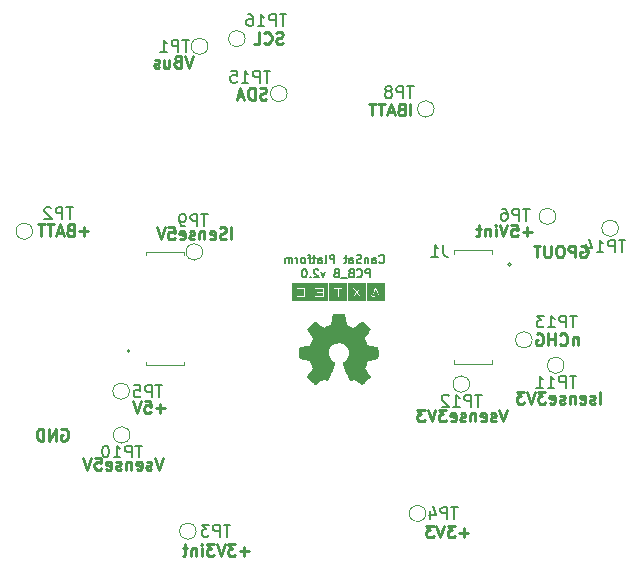
<source format=gbr>
G04 #@! TF.GenerationSoftware,KiCad,Pcbnew,(5.1.0)-1*
G04 #@! TF.CreationDate,2019-06-21T14:41:16-03:00*
G04 #@! TF.ProjectId,PCB_B,5043425f-422e-46b6-9963-61645f706362,rev?*
G04 #@! TF.SameCoordinates,Original*
G04 #@! TF.FileFunction,Legend,Bot*
G04 #@! TF.FilePolarity,Positive*
%FSLAX46Y46*%
G04 Gerber Fmt 4.6, Leading zero omitted, Abs format (unit mm)*
G04 Created by KiCad (PCBNEW (5.1.0)-1) date 2019-06-21 14:41:16*
%MOMM*%
%LPD*%
G04 APERTURE LIST*
%ADD10C,0.175000*%
%ADD11C,0.250000*%
%ADD12C,0.010000*%
%ADD13C,0.100000*%
%ADD14C,0.200000*%
%ADD15C,0.120000*%
%ADD16C,0.150000*%
G04 APERTURE END LIST*
D10*
X14626866Y-7352466D02*
X14626866Y-6652466D01*
X14360200Y-6652466D01*
X14293533Y-6685800D01*
X14260200Y-6719133D01*
X14226866Y-6785800D01*
X14226866Y-6885800D01*
X14260200Y-6952466D01*
X14293533Y-6985800D01*
X14360200Y-7019133D01*
X14626866Y-7019133D01*
X13526866Y-7285800D02*
X13560200Y-7319133D01*
X13660200Y-7352466D01*
X13726866Y-7352466D01*
X13826866Y-7319133D01*
X13893533Y-7252466D01*
X13926866Y-7185800D01*
X13960200Y-7052466D01*
X13960200Y-6952466D01*
X13926866Y-6819133D01*
X13893533Y-6752466D01*
X13826866Y-6685800D01*
X13726866Y-6652466D01*
X13660200Y-6652466D01*
X13560200Y-6685800D01*
X13526866Y-6719133D01*
X12993533Y-6985800D02*
X12893533Y-7019133D01*
X12860200Y-7052466D01*
X12826866Y-7119133D01*
X12826866Y-7219133D01*
X12860200Y-7285800D01*
X12893533Y-7319133D01*
X12960200Y-7352466D01*
X13226866Y-7352466D01*
X13226866Y-6652466D01*
X12993533Y-6652466D01*
X12926866Y-6685800D01*
X12893533Y-6719133D01*
X12860200Y-6785800D01*
X12860200Y-6852466D01*
X12893533Y-6919133D01*
X12926866Y-6952466D01*
X12993533Y-6985800D01*
X13226866Y-6985800D01*
X12693533Y-7419133D02*
X12160200Y-7419133D01*
X11760200Y-6985800D02*
X11660200Y-7019133D01*
X11626866Y-7052466D01*
X11593533Y-7119133D01*
X11593533Y-7219133D01*
X11626866Y-7285800D01*
X11660200Y-7319133D01*
X11726866Y-7352466D01*
X11993533Y-7352466D01*
X11993533Y-6652466D01*
X11760200Y-6652466D01*
X11693533Y-6685800D01*
X11660200Y-6719133D01*
X11626866Y-6785800D01*
X11626866Y-6852466D01*
X11660200Y-6919133D01*
X11693533Y-6952466D01*
X11760200Y-6985800D01*
X11993533Y-6985800D01*
X10826866Y-6885800D02*
X10660200Y-7352466D01*
X10493533Y-6885800D01*
X10260200Y-6719133D02*
X10226866Y-6685800D01*
X10160200Y-6652466D01*
X9993533Y-6652466D01*
X9926866Y-6685800D01*
X9893533Y-6719133D01*
X9860200Y-6785800D01*
X9860200Y-6852466D01*
X9893533Y-6952466D01*
X10293533Y-7352466D01*
X9860200Y-7352466D01*
X9560200Y-7285800D02*
X9526866Y-7319133D01*
X9560200Y-7352466D01*
X9593533Y-7319133D01*
X9560200Y-7285800D01*
X9560200Y-7352466D01*
X9093533Y-6652466D02*
X9026866Y-6652466D01*
X8960200Y-6685800D01*
X8926866Y-6719133D01*
X8893533Y-6785800D01*
X8860200Y-6919133D01*
X8860200Y-7085800D01*
X8893533Y-7219133D01*
X8926866Y-7285800D01*
X8960200Y-7319133D01*
X9026866Y-7352466D01*
X9093533Y-7352466D01*
X9160200Y-7319133D01*
X9193533Y-7285800D01*
X9226866Y-7219133D01*
X9260200Y-7085800D01*
X9260200Y-6919133D01*
X9226866Y-6785800D01*
X9193533Y-6719133D01*
X9160200Y-6685800D01*
X9093533Y-6652466D01*
X15416533Y-6092000D02*
X15449866Y-6125333D01*
X15549866Y-6158666D01*
X15616533Y-6158666D01*
X15716533Y-6125333D01*
X15783200Y-6058666D01*
X15816533Y-5992000D01*
X15849866Y-5858666D01*
X15849866Y-5758666D01*
X15816533Y-5625333D01*
X15783200Y-5558666D01*
X15716533Y-5492000D01*
X15616533Y-5458666D01*
X15549866Y-5458666D01*
X15449866Y-5492000D01*
X15416533Y-5525333D01*
X14816533Y-6158666D02*
X14816533Y-5792000D01*
X14849866Y-5725333D01*
X14916533Y-5692000D01*
X15049866Y-5692000D01*
X15116533Y-5725333D01*
X14816533Y-6125333D02*
X14883200Y-6158666D01*
X15049866Y-6158666D01*
X15116533Y-6125333D01*
X15149866Y-6058666D01*
X15149866Y-5992000D01*
X15116533Y-5925333D01*
X15049866Y-5892000D01*
X14883200Y-5892000D01*
X14816533Y-5858666D01*
X14483200Y-5692000D02*
X14483200Y-6158666D01*
X14483200Y-5758666D02*
X14449866Y-5725333D01*
X14383200Y-5692000D01*
X14283200Y-5692000D01*
X14216533Y-5725333D01*
X14183200Y-5792000D01*
X14183200Y-6158666D01*
X13883200Y-6125333D02*
X13783200Y-6158666D01*
X13616533Y-6158666D01*
X13549866Y-6125333D01*
X13516533Y-6092000D01*
X13483200Y-6025333D01*
X13483200Y-5958666D01*
X13516533Y-5892000D01*
X13549866Y-5858666D01*
X13616533Y-5825333D01*
X13749866Y-5792000D01*
X13816533Y-5758666D01*
X13849866Y-5725333D01*
X13883200Y-5658666D01*
X13883200Y-5592000D01*
X13849866Y-5525333D01*
X13816533Y-5492000D01*
X13749866Y-5458666D01*
X13583200Y-5458666D01*
X13483200Y-5492000D01*
X12883200Y-6158666D02*
X12883200Y-5792000D01*
X12916533Y-5725333D01*
X12983200Y-5692000D01*
X13116533Y-5692000D01*
X13183200Y-5725333D01*
X12883200Y-6125333D02*
X12949866Y-6158666D01*
X13116533Y-6158666D01*
X13183200Y-6125333D01*
X13216533Y-6058666D01*
X13216533Y-5992000D01*
X13183200Y-5925333D01*
X13116533Y-5892000D01*
X12949866Y-5892000D01*
X12883200Y-5858666D01*
X12649866Y-5692000D02*
X12383200Y-5692000D01*
X12549866Y-5458666D02*
X12549866Y-6058666D01*
X12516533Y-6125333D01*
X12449866Y-6158666D01*
X12383200Y-6158666D01*
X11616533Y-6158666D02*
X11616533Y-5458666D01*
X11349866Y-5458666D01*
X11283200Y-5492000D01*
X11249866Y-5525333D01*
X11216533Y-5592000D01*
X11216533Y-5692000D01*
X11249866Y-5758666D01*
X11283200Y-5792000D01*
X11349866Y-5825333D01*
X11616533Y-5825333D01*
X10816533Y-6158666D02*
X10883200Y-6125333D01*
X10916533Y-6058666D01*
X10916533Y-5458666D01*
X10249866Y-6158666D02*
X10249866Y-5792000D01*
X10283200Y-5725333D01*
X10349866Y-5692000D01*
X10483200Y-5692000D01*
X10549866Y-5725333D01*
X10249866Y-6125333D02*
X10316533Y-6158666D01*
X10483200Y-6158666D01*
X10549866Y-6125333D01*
X10583200Y-6058666D01*
X10583200Y-5992000D01*
X10549866Y-5925333D01*
X10483200Y-5892000D01*
X10316533Y-5892000D01*
X10249866Y-5858666D01*
X10016533Y-5692000D02*
X9749866Y-5692000D01*
X9916533Y-5458666D02*
X9916533Y-6058666D01*
X9883200Y-6125333D01*
X9816533Y-6158666D01*
X9749866Y-6158666D01*
X9616533Y-5692000D02*
X9349866Y-5692000D01*
X9516533Y-6158666D02*
X9516533Y-5558666D01*
X9483200Y-5492000D01*
X9416533Y-5458666D01*
X9349866Y-5458666D01*
X9016533Y-6158666D02*
X9083200Y-6125333D01*
X9116533Y-6092000D01*
X9149866Y-6025333D01*
X9149866Y-5825333D01*
X9116533Y-5758666D01*
X9083200Y-5725333D01*
X9016533Y-5692000D01*
X8916533Y-5692000D01*
X8849866Y-5725333D01*
X8816533Y-5758666D01*
X8783200Y-5825333D01*
X8783200Y-6025333D01*
X8816533Y-6092000D01*
X8849866Y-6125333D01*
X8916533Y-6158666D01*
X9016533Y-6158666D01*
X8483200Y-6158666D02*
X8483200Y-5692000D01*
X8483200Y-5825333D02*
X8449866Y-5758666D01*
X8416533Y-5725333D01*
X8349866Y-5692000D01*
X8283200Y-5692000D01*
X8049866Y-6158666D02*
X8049866Y-5692000D01*
X8049866Y-5758666D02*
X8016533Y-5725333D01*
X7949866Y-5692000D01*
X7849866Y-5692000D01*
X7783200Y-5725333D01*
X7749866Y-5792000D01*
X7749866Y-6158666D01*
X7749866Y-5792000D02*
X7716533Y-5725333D01*
X7649866Y-5692000D01*
X7549866Y-5692000D01*
X7483200Y-5725333D01*
X7449866Y-5792000D01*
X7449866Y-6158666D01*
D11*
X18050476Y6357619D02*
X18050476Y7357619D01*
X17240952Y6881428D02*
X17098095Y6833809D01*
X17050476Y6786190D01*
X17002857Y6690952D01*
X17002857Y6548095D01*
X17050476Y6452857D01*
X17098095Y6405238D01*
X17193333Y6357619D01*
X17574285Y6357619D01*
X17574285Y7357619D01*
X17240952Y7357619D01*
X17145714Y7310000D01*
X17098095Y7262380D01*
X17050476Y7167142D01*
X17050476Y7071904D01*
X17098095Y6976666D01*
X17145714Y6929047D01*
X17240952Y6881428D01*
X17574285Y6881428D01*
X16621904Y6643333D02*
X16145714Y6643333D01*
X16717142Y6357619D02*
X16383809Y7357619D01*
X16050476Y6357619D01*
X15860000Y7357619D02*
X15288571Y7357619D01*
X15574285Y6357619D02*
X15574285Y7357619D01*
X15098095Y7357619D02*
X14526666Y7357619D01*
X14812380Y6357619D02*
X14812380Y7357619D01*
X28301904Y-3511428D02*
X27540000Y-3511428D01*
X27920952Y-3892380D02*
X27920952Y-3130476D01*
X26587619Y-2892380D02*
X27063809Y-2892380D01*
X27111428Y-3368571D01*
X27063809Y-3320952D01*
X26968571Y-3273333D01*
X26730476Y-3273333D01*
X26635238Y-3320952D01*
X26587619Y-3368571D01*
X26540000Y-3463809D01*
X26540000Y-3701904D01*
X26587619Y-3797142D01*
X26635238Y-3844761D01*
X26730476Y-3892380D01*
X26968571Y-3892380D01*
X27063809Y-3844761D01*
X27111428Y-3797142D01*
X26254285Y-2892380D02*
X25920952Y-3892380D01*
X25587619Y-2892380D01*
X25254285Y-3892380D02*
X25254285Y-3225714D01*
X25254285Y-2892380D02*
X25301904Y-2940000D01*
X25254285Y-2987619D01*
X25206666Y-2940000D01*
X25254285Y-2892380D01*
X25254285Y-2987619D01*
X24778095Y-3225714D02*
X24778095Y-3892380D01*
X24778095Y-3320952D02*
X24730476Y-3273333D01*
X24635238Y-3225714D01*
X24492380Y-3225714D01*
X24397142Y-3273333D01*
X24349523Y-3368571D01*
X24349523Y-3892380D01*
X24016190Y-3225714D02*
X23635238Y-3225714D01*
X23873333Y-2892380D02*
X23873333Y-3749523D01*
X23825714Y-3844761D01*
X23730476Y-3892380D01*
X23635238Y-3892380D01*
X32476666Y-4710000D02*
X32571904Y-4662380D01*
X32714761Y-4662380D01*
X32857619Y-4710000D01*
X32952857Y-4805238D01*
X33000476Y-4900476D01*
X33048095Y-5090952D01*
X33048095Y-5233809D01*
X33000476Y-5424285D01*
X32952857Y-5519523D01*
X32857619Y-5614761D01*
X32714761Y-5662380D01*
X32619523Y-5662380D01*
X32476666Y-5614761D01*
X32429047Y-5567142D01*
X32429047Y-5233809D01*
X32619523Y-5233809D01*
X32000476Y-5662380D02*
X32000476Y-4662380D01*
X31619523Y-4662380D01*
X31524285Y-4710000D01*
X31476666Y-4757619D01*
X31429047Y-4852857D01*
X31429047Y-4995714D01*
X31476666Y-5090952D01*
X31524285Y-5138571D01*
X31619523Y-5186190D01*
X32000476Y-5186190D01*
X30810000Y-4662380D02*
X30619523Y-4662380D01*
X30524285Y-4710000D01*
X30429047Y-4805238D01*
X30381428Y-4995714D01*
X30381428Y-5329047D01*
X30429047Y-5519523D01*
X30524285Y-5614761D01*
X30619523Y-5662380D01*
X30810000Y-5662380D01*
X30905238Y-5614761D01*
X31000476Y-5519523D01*
X31048095Y-5329047D01*
X31048095Y-4995714D01*
X31000476Y-4805238D01*
X30905238Y-4710000D01*
X30810000Y-4662380D01*
X29952857Y-4662380D02*
X29952857Y-5471904D01*
X29905238Y-5567142D01*
X29857619Y-5614761D01*
X29762380Y-5662380D01*
X29571904Y-5662380D01*
X29476666Y-5614761D01*
X29429047Y-5567142D01*
X29381428Y-5471904D01*
X29381428Y-4662380D01*
X29048095Y-4662380D02*
X28476666Y-4662380D01*
X28762380Y-5662380D02*
X28762380Y-4662380D01*
X-359523Y11407619D02*
X-692857Y10407619D01*
X-1026190Y11407619D01*
X-1692857Y10931428D02*
X-1835714Y10883809D01*
X-1883333Y10836190D01*
X-1930952Y10740952D01*
X-1930952Y10598095D01*
X-1883333Y10502857D01*
X-1835714Y10455238D01*
X-1740476Y10407619D01*
X-1359523Y10407619D01*
X-1359523Y11407619D01*
X-1692857Y11407619D01*
X-1788095Y11360000D01*
X-1835714Y11312380D01*
X-1883333Y11217142D01*
X-1883333Y11121904D01*
X-1835714Y11026666D01*
X-1788095Y10979047D01*
X-1692857Y10931428D01*
X-1359523Y10931428D01*
X-2788095Y11074285D02*
X-2788095Y10407619D01*
X-2359523Y11074285D02*
X-2359523Y10550476D01*
X-2407142Y10455238D01*
X-2502380Y10407619D01*
X-2645238Y10407619D01*
X-2740476Y10455238D01*
X-2788095Y10502857D01*
X-3216666Y10455238D02*
X-3311904Y10407619D01*
X-3502380Y10407619D01*
X-3597619Y10455238D01*
X-3645238Y10550476D01*
X-3645238Y10598095D01*
X-3597619Y10693333D01*
X-3502380Y10740952D01*
X-3359523Y10740952D01*
X-3264285Y10788571D01*
X-3216666Y10883809D01*
X-3216666Y10931428D01*
X-3264285Y11026666D01*
X-3359523Y11074285D01*
X-3502380Y11074285D01*
X-3597619Y11026666D01*
X7240476Y12465238D02*
X7097619Y12417619D01*
X6859523Y12417619D01*
X6764285Y12465238D01*
X6716666Y12512857D01*
X6669047Y12608095D01*
X6669047Y12703333D01*
X6716666Y12798571D01*
X6764285Y12846190D01*
X6859523Y12893809D01*
X7050000Y12941428D01*
X7145238Y12989047D01*
X7192857Y13036666D01*
X7240476Y13131904D01*
X7240476Y13227142D01*
X7192857Y13322380D01*
X7145238Y13370000D01*
X7050000Y13417619D01*
X6811904Y13417619D01*
X6669047Y13370000D01*
X5669047Y12512857D02*
X5716666Y12465238D01*
X5859523Y12417619D01*
X5954761Y12417619D01*
X6097619Y12465238D01*
X6192857Y12560476D01*
X6240476Y12655714D01*
X6288095Y12846190D01*
X6288095Y12989047D01*
X6240476Y13179523D01*
X6192857Y13274761D01*
X6097619Y13370000D01*
X5954761Y13417619D01*
X5859523Y13417619D01*
X5716666Y13370000D01*
X5669047Y13322380D01*
X4764285Y12417619D02*
X5240476Y12417619D01*
X5240476Y13417619D01*
X5844285Y7745238D02*
X5701428Y7697619D01*
X5463333Y7697619D01*
X5368095Y7745238D01*
X5320476Y7792857D01*
X5272857Y7888095D01*
X5272857Y7983333D01*
X5320476Y8078571D01*
X5368095Y8126190D01*
X5463333Y8173809D01*
X5653809Y8221428D01*
X5749047Y8269047D01*
X5796666Y8316666D01*
X5844285Y8411904D01*
X5844285Y8507142D01*
X5796666Y8602380D01*
X5749047Y8650000D01*
X5653809Y8697619D01*
X5415714Y8697619D01*
X5272857Y8650000D01*
X4844285Y7697619D02*
X4844285Y8697619D01*
X4606190Y8697619D01*
X4463333Y8650000D01*
X4368095Y8554761D01*
X4320476Y8459523D01*
X4272857Y8269047D01*
X4272857Y8126190D01*
X4320476Y7935714D01*
X4368095Y7840476D01*
X4463333Y7745238D01*
X4606190Y7697619D01*
X4844285Y7697619D01*
X3891904Y7983333D02*
X3415714Y7983333D01*
X3987142Y7697619D02*
X3653809Y8697619D01*
X3320476Y7697619D01*
X2895238Y-4122380D02*
X2895238Y-3122380D01*
X2466666Y-4074761D02*
X2323809Y-4122380D01*
X2085714Y-4122380D01*
X1990476Y-4074761D01*
X1942857Y-4027142D01*
X1895238Y-3931904D01*
X1895238Y-3836666D01*
X1942857Y-3741428D01*
X1990476Y-3693809D01*
X2085714Y-3646190D01*
X2276190Y-3598571D01*
X2371428Y-3550952D01*
X2419047Y-3503333D01*
X2466666Y-3408095D01*
X2466666Y-3312857D01*
X2419047Y-3217619D01*
X2371428Y-3170000D01*
X2276190Y-3122380D01*
X2038095Y-3122380D01*
X1895238Y-3170000D01*
X1085714Y-4074761D02*
X1180952Y-4122380D01*
X1371428Y-4122380D01*
X1466666Y-4074761D01*
X1514285Y-3979523D01*
X1514285Y-3598571D01*
X1466666Y-3503333D01*
X1371428Y-3455714D01*
X1180952Y-3455714D01*
X1085714Y-3503333D01*
X1038095Y-3598571D01*
X1038095Y-3693809D01*
X1514285Y-3789047D01*
X609523Y-3455714D02*
X609523Y-4122380D01*
X609523Y-3550952D02*
X561904Y-3503333D01*
X466666Y-3455714D01*
X323809Y-3455714D01*
X228571Y-3503333D01*
X180952Y-3598571D01*
X180952Y-4122380D01*
X-247619Y-4074761D02*
X-342857Y-4122380D01*
X-533333Y-4122380D01*
X-628571Y-4074761D01*
X-676190Y-3979523D01*
X-676190Y-3931904D01*
X-628571Y-3836666D01*
X-533333Y-3789047D01*
X-390476Y-3789047D01*
X-295238Y-3741428D01*
X-247619Y-3646190D01*
X-247619Y-3598571D01*
X-295238Y-3503333D01*
X-390476Y-3455714D01*
X-533333Y-3455714D01*
X-628571Y-3503333D01*
X-1485714Y-4074761D02*
X-1390476Y-4122380D01*
X-1200000Y-4122380D01*
X-1104761Y-4074761D01*
X-1057142Y-3979523D01*
X-1057142Y-3598571D01*
X-1104761Y-3503333D01*
X-1200000Y-3455714D01*
X-1390476Y-3455714D01*
X-1485714Y-3503333D01*
X-1533333Y-3598571D01*
X-1533333Y-3693809D01*
X-1057142Y-3789047D01*
X-2438095Y-3122380D02*
X-1961904Y-3122380D01*
X-1914285Y-3598571D01*
X-1961904Y-3550952D01*
X-2057142Y-3503333D01*
X-2295238Y-3503333D01*
X-2390476Y-3550952D01*
X-2438095Y-3598571D01*
X-2485714Y-3693809D01*
X-2485714Y-3931904D01*
X-2438095Y-4027142D01*
X-2390476Y-4074761D01*
X-2295238Y-4122380D01*
X-2057142Y-4122380D01*
X-1961904Y-4074761D01*
X-1914285Y-4027142D01*
X-2771428Y-3122380D02*
X-3104761Y-4122380D01*
X-3438095Y-3122380D01*
X-2754285Y-18441428D02*
X-3516190Y-18441428D01*
X-3135238Y-18822380D02*
X-3135238Y-18060476D01*
X-4468571Y-17822380D02*
X-3992380Y-17822380D01*
X-3944761Y-18298571D01*
X-3992380Y-18250952D01*
X-4087619Y-18203333D01*
X-4325714Y-18203333D01*
X-4420952Y-18250952D01*
X-4468571Y-18298571D01*
X-4516190Y-18393809D01*
X-4516190Y-18631904D01*
X-4468571Y-18727142D01*
X-4420952Y-18774761D01*
X-4325714Y-18822380D01*
X-4087619Y-18822380D01*
X-3992380Y-18774761D01*
X-3944761Y-18727142D01*
X-4801904Y-17822380D02*
X-5135238Y-18822380D01*
X-5468571Y-17822380D01*
X-11508095Y-20220000D02*
X-11412857Y-20172380D01*
X-11270000Y-20172380D01*
X-11127142Y-20220000D01*
X-11031904Y-20315238D01*
X-10984285Y-20410476D01*
X-10936666Y-20600952D01*
X-10936666Y-20743809D01*
X-10984285Y-20934285D01*
X-11031904Y-21029523D01*
X-11127142Y-21124761D01*
X-11270000Y-21172380D01*
X-11365238Y-21172380D01*
X-11508095Y-21124761D01*
X-11555714Y-21077142D01*
X-11555714Y-20743809D01*
X-11365238Y-20743809D01*
X-11984285Y-21172380D02*
X-11984285Y-20172380D01*
X-12555714Y-21172380D01*
X-12555714Y-20172380D01*
X-13031904Y-21172380D02*
X-13031904Y-20172380D01*
X-13270000Y-20172380D01*
X-13412857Y-20220000D01*
X-13508095Y-20315238D01*
X-13555714Y-20410476D01*
X-13603333Y-20600952D01*
X-13603333Y-20743809D01*
X-13555714Y-20934285D01*
X-13508095Y-21029523D01*
X-13412857Y-21124761D01*
X-13270000Y-21172380D01*
X-13031904Y-21172380D01*
X4378095Y-30561428D02*
X3616190Y-30561428D01*
X3997142Y-30942380D02*
X3997142Y-30180476D01*
X3235238Y-29942380D02*
X2616190Y-29942380D01*
X2949523Y-30323333D01*
X2806666Y-30323333D01*
X2711428Y-30370952D01*
X2663809Y-30418571D01*
X2616190Y-30513809D01*
X2616190Y-30751904D01*
X2663809Y-30847142D01*
X2711428Y-30894761D01*
X2806666Y-30942380D01*
X3092380Y-30942380D01*
X3187619Y-30894761D01*
X3235238Y-30847142D01*
X2330476Y-29942380D02*
X1997142Y-30942380D01*
X1663809Y-29942380D01*
X1425714Y-29942380D02*
X806666Y-29942380D01*
X1140000Y-30323333D01*
X997142Y-30323333D01*
X901904Y-30370952D01*
X854285Y-30418571D01*
X806666Y-30513809D01*
X806666Y-30751904D01*
X854285Y-30847142D01*
X901904Y-30894761D01*
X997142Y-30942380D01*
X1282857Y-30942380D01*
X1378095Y-30894761D01*
X1425714Y-30847142D01*
X378095Y-30942380D02*
X378095Y-30275714D01*
X378095Y-29942380D02*
X425714Y-29990000D01*
X378095Y-30037619D01*
X330476Y-29990000D01*
X378095Y-29942380D01*
X378095Y-30037619D01*
X-98095Y-30275714D02*
X-98095Y-30942380D01*
X-98095Y-30370952D02*
X-145714Y-30323333D01*
X-240952Y-30275714D01*
X-383809Y-30275714D01*
X-479047Y-30323333D01*
X-526666Y-30418571D01*
X-526666Y-30942380D01*
X-860000Y-30275714D02*
X-1240952Y-30275714D01*
X-1002857Y-29942380D02*
X-1002857Y-30799523D01*
X-1050476Y-30894761D01*
X-1145714Y-30942380D01*
X-1240952Y-30942380D01*
X22951904Y-28991428D02*
X22190000Y-28991428D01*
X22570952Y-29372380D02*
X22570952Y-28610476D01*
X21809047Y-28372380D02*
X21190000Y-28372380D01*
X21523333Y-28753333D01*
X21380476Y-28753333D01*
X21285238Y-28800952D01*
X21237619Y-28848571D01*
X21190000Y-28943809D01*
X21190000Y-29181904D01*
X21237619Y-29277142D01*
X21285238Y-29324761D01*
X21380476Y-29372380D01*
X21666190Y-29372380D01*
X21761428Y-29324761D01*
X21809047Y-29277142D01*
X20904285Y-28372380D02*
X20570952Y-29372380D01*
X20237619Y-28372380D01*
X19999523Y-28372380D02*
X19380476Y-28372380D01*
X19713809Y-28753333D01*
X19570952Y-28753333D01*
X19475714Y-28800952D01*
X19428095Y-28848571D01*
X19380476Y-28943809D01*
X19380476Y-29181904D01*
X19428095Y-29277142D01*
X19475714Y-29324761D01*
X19570952Y-29372380D01*
X19856666Y-29372380D01*
X19951904Y-29324761D01*
X19999523Y-29277142D01*
X34100000Y-18042380D02*
X34100000Y-17042380D01*
X33671428Y-17994761D02*
X33576190Y-18042380D01*
X33385714Y-18042380D01*
X33290476Y-17994761D01*
X33242857Y-17899523D01*
X33242857Y-17851904D01*
X33290476Y-17756666D01*
X33385714Y-17709047D01*
X33528571Y-17709047D01*
X33623809Y-17661428D01*
X33671428Y-17566190D01*
X33671428Y-17518571D01*
X33623809Y-17423333D01*
X33528571Y-17375714D01*
X33385714Y-17375714D01*
X33290476Y-17423333D01*
X32433333Y-17994761D02*
X32528571Y-18042380D01*
X32719047Y-18042380D01*
X32814285Y-17994761D01*
X32861904Y-17899523D01*
X32861904Y-17518571D01*
X32814285Y-17423333D01*
X32719047Y-17375714D01*
X32528571Y-17375714D01*
X32433333Y-17423333D01*
X32385714Y-17518571D01*
X32385714Y-17613809D01*
X32861904Y-17709047D01*
X31957142Y-17375714D02*
X31957142Y-18042380D01*
X31957142Y-17470952D02*
X31909523Y-17423333D01*
X31814285Y-17375714D01*
X31671428Y-17375714D01*
X31576190Y-17423333D01*
X31528571Y-17518571D01*
X31528571Y-18042380D01*
X31100000Y-17994761D02*
X31004761Y-18042380D01*
X30814285Y-18042380D01*
X30719047Y-17994761D01*
X30671428Y-17899523D01*
X30671428Y-17851904D01*
X30719047Y-17756666D01*
X30814285Y-17709047D01*
X30957142Y-17709047D01*
X31052380Y-17661428D01*
X31100000Y-17566190D01*
X31100000Y-17518571D01*
X31052380Y-17423333D01*
X30957142Y-17375714D01*
X30814285Y-17375714D01*
X30719047Y-17423333D01*
X29861904Y-17994761D02*
X29957142Y-18042380D01*
X30147619Y-18042380D01*
X30242857Y-17994761D01*
X30290476Y-17899523D01*
X30290476Y-17518571D01*
X30242857Y-17423333D01*
X30147619Y-17375714D01*
X29957142Y-17375714D01*
X29861904Y-17423333D01*
X29814285Y-17518571D01*
X29814285Y-17613809D01*
X30290476Y-17709047D01*
X29480952Y-17042380D02*
X28861904Y-17042380D01*
X29195238Y-17423333D01*
X29052380Y-17423333D01*
X28957142Y-17470952D01*
X28909523Y-17518571D01*
X28861904Y-17613809D01*
X28861904Y-17851904D01*
X28909523Y-17947142D01*
X28957142Y-17994761D01*
X29052380Y-18042380D01*
X29338095Y-18042380D01*
X29433333Y-17994761D01*
X29480952Y-17947142D01*
X28576190Y-17042380D02*
X28242857Y-18042380D01*
X27909523Y-17042380D01*
X27671428Y-17042380D02*
X27052380Y-17042380D01*
X27385714Y-17423333D01*
X27242857Y-17423333D01*
X27147619Y-17470952D01*
X27100000Y-17518571D01*
X27052380Y-17613809D01*
X27052380Y-17851904D01*
X27100000Y-17947142D01*
X27147619Y-17994761D01*
X27242857Y-18042380D01*
X27528571Y-18042380D01*
X27623809Y-17994761D01*
X27671428Y-17947142D01*
X32198095Y-12435714D02*
X32198095Y-13102380D01*
X32198095Y-12530952D02*
X32150476Y-12483333D01*
X32055238Y-12435714D01*
X31912380Y-12435714D01*
X31817142Y-12483333D01*
X31769523Y-12578571D01*
X31769523Y-13102380D01*
X30721904Y-13007142D02*
X30769523Y-13054761D01*
X30912380Y-13102380D01*
X31007619Y-13102380D01*
X31150476Y-13054761D01*
X31245714Y-12959523D01*
X31293333Y-12864285D01*
X31340952Y-12673809D01*
X31340952Y-12530952D01*
X31293333Y-12340476D01*
X31245714Y-12245238D01*
X31150476Y-12150000D01*
X31007619Y-12102380D01*
X30912380Y-12102380D01*
X30769523Y-12150000D01*
X30721904Y-12197619D01*
X30293333Y-13102380D02*
X30293333Y-12102380D01*
X30293333Y-12578571D02*
X29721904Y-12578571D01*
X29721904Y-13102380D02*
X29721904Y-12102380D01*
X28721904Y-12150000D02*
X28817142Y-12102380D01*
X28959999Y-12102380D01*
X29102857Y-12150000D01*
X29198095Y-12245238D01*
X29245714Y-12340476D01*
X29293333Y-12530952D01*
X29293333Y-12673809D01*
X29245714Y-12864285D01*
X29198095Y-12959523D01*
X29102857Y-13054761D01*
X28959999Y-13102380D01*
X28864761Y-13102380D01*
X28721904Y-13054761D01*
X28674285Y-13007142D01*
X28674285Y-12673809D01*
X28864761Y-12673809D01*
X26213333Y-18547380D02*
X25880000Y-19547380D01*
X25546666Y-18547380D01*
X25260952Y-19499761D02*
X25165714Y-19547380D01*
X24975238Y-19547380D01*
X24880000Y-19499761D01*
X24832380Y-19404523D01*
X24832380Y-19356904D01*
X24880000Y-19261666D01*
X24975238Y-19214047D01*
X25118095Y-19214047D01*
X25213333Y-19166428D01*
X25260952Y-19071190D01*
X25260952Y-19023571D01*
X25213333Y-18928333D01*
X25118095Y-18880714D01*
X24975238Y-18880714D01*
X24880000Y-18928333D01*
X24022857Y-19499761D02*
X24118095Y-19547380D01*
X24308571Y-19547380D01*
X24403809Y-19499761D01*
X24451428Y-19404523D01*
X24451428Y-19023571D01*
X24403809Y-18928333D01*
X24308571Y-18880714D01*
X24118095Y-18880714D01*
X24022857Y-18928333D01*
X23975238Y-19023571D01*
X23975238Y-19118809D01*
X24451428Y-19214047D01*
X23546666Y-18880714D02*
X23546666Y-19547380D01*
X23546666Y-18975952D02*
X23499047Y-18928333D01*
X23403809Y-18880714D01*
X23260952Y-18880714D01*
X23165714Y-18928333D01*
X23118095Y-19023571D01*
X23118095Y-19547380D01*
X22689523Y-19499761D02*
X22594285Y-19547380D01*
X22403809Y-19547380D01*
X22308571Y-19499761D01*
X22260952Y-19404523D01*
X22260952Y-19356904D01*
X22308571Y-19261666D01*
X22403809Y-19214047D01*
X22546666Y-19214047D01*
X22641904Y-19166428D01*
X22689523Y-19071190D01*
X22689523Y-19023571D01*
X22641904Y-18928333D01*
X22546666Y-18880714D01*
X22403809Y-18880714D01*
X22308571Y-18928333D01*
X21451428Y-19499761D02*
X21546666Y-19547380D01*
X21737142Y-19547380D01*
X21832380Y-19499761D01*
X21880000Y-19404523D01*
X21880000Y-19023571D01*
X21832380Y-18928333D01*
X21737142Y-18880714D01*
X21546666Y-18880714D01*
X21451428Y-18928333D01*
X21403809Y-19023571D01*
X21403809Y-19118809D01*
X21880000Y-19214047D01*
X21070476Y-18547380D02*
X20451428Y-18547380D01*
X20784761Y-18928333D01*
X20641904Y-18928333D01*
X20546666Y-18975952D01*
X20499047Y-19023571D01*
X20451428Y-19118809D01*
X20451428Y-19356904D01*
X20499047Y-19452142D01*
X20546666Y-19499761D01*
X20641904Y-19547380D01*
X20927619Y-19547380D01*
X21022857Y-19499761D01*
X21070476Y-19452142D01*
X20165714Y-18547380D02*
X19832380Y-19547380D01*
X19499047Y-18547380D01*
X19260952Y-18547380D02*
X18641904Y-18547380D01*
X18975238Y-18928333D01*
X18832380Y-18928333D01*
X18737142Y-18975952D01*
X18689523Y-19023571D01*
X18641904Y-19118809D01*
X18641904Y-19356904D01*
X18689523Y-19452142D01*
X18737142Y-19499761D01*
X18832380Y-19547380D01*
X19118095Y-19547380D01*
X19213333Y-19499761D01*
X19260952Y-19452142D01*
X-9218571Y-3471428D02*
X-9980476Y-3471428D01*
X-9599523Y-3852380D02*
X-9599523Y-3090476D01*
X-10790000Y-3328571D02*
X-10932857Y-3376190D01*
X-10980476Y-3423809D01*
X-11028095Y-3519047D01*
X-11028095Y-3661904D01*
X-10980476Y-3757142D01*
X-10932857Y-3804761D01*
X-10837619Y-3852380D01*
X-10456666Y-3852380D01*
X-10456666Y-2852380D01*
X-10790000Y-2852380D01*
X-10885238Y-2900000D01*
X-10932857Y-2947619D01*
X-10980476Y-3042857D01*
X-10980476Y-3138095D01*
X-10932857Y-3233333D01*
X-10885238Y-3280952D01*
X-10790000Y-3328571D01*
X-10456666Y-3328571D01*
X-11409047Y-3566666D02*
X-11885238Y-3566666D01*
X-11313809Y-3852380D02*
X-11647142Y-2852380D01*
X-11980476Y-3852380D01*
X-12170952Y-2852380D02*
X-12742380Y-2852380D01*
X-12456666Y-3852380D02*
X-12456666Y-2852380D01*
X-12932857Y-2852380D02*
X-13504285Y-2852380D01*
X-13218571Y-3852380D02*
X-13218571Y-2852380D01*
X-2942857Y-22632380D02*
X-3276190Y-23632380D01*
X-3609523Y-22632380D01*
X-3895238Y-23584761D02*
X-3990476Y-23632380D01*
X-4180952Y-23632380D01*
X-4276190Y-23584761D01*
X-4323809Y-23489523D01*
X-4323809Y-23441904D01*
X-4276190Y-23346666D01*
X-4180952Y-23299047D01*
X-4038095Y-23299047D01*
X-3942857Y-23251428D01*
X-3895238Y-23156190D01*
X-3895238Y-23108571D01*
X-3942857Y-23013333D01*
X-4038095Y-22965714D01*
X-4180952Y-22965714D01*
X-4276190Y-23013333D01*
X-5133333Y-23584761D02*
X-5038095Y-23632380D01*
X-4847619Y-23632380D01*
X-4752380Y-23584761D01*
X-4704761Y-23489523D01*
X-4704761Y-23108571D01*
X-4752380Y-23013333D01*
X-4847619Y-22965714D01*
X-5038095Y-22965714D01*
X-5133333Y-23013333D01*
X-5180952Y-23108571D01*
X-5180952Y-23203809D01*
X-4704761Y-23299047D01*
X-5609523Y-22965714D02*
X-5609523Y-23632380D01*
X-5609523Y-23060952D02*
X-5657142Y-23013333D01*
X-5752380Y-22965714D01*
X-5895238Y-22965714D01*
X-5990476Y-23013333D01*
X-6038095Y-23108571D01*
X-6038095Y-23632380D01*
X-6466666Y-23584761D02*
X-6561904Y-23632380D01*
X-6752380Y-23632380D01*
X-6847619Y-23584761D01*
X-6895238Y-23489523D01*
X-6895238Y-23441904D01*
X-6847619Y-23346666D01*
X-6752380Y-23299047D01*
X-6609523Y-23299047D01*
X-6514285Y-23251428D01*
X-6466666Y-23156190D01*
X-6466666Y-23108571D01*
X-6514285Y-23013333D01*
X-6609523Y-22965714D01*
X-6752380Y-22965714D01*
X-6847619Y-23013333D01*
X-7704761Y-23584761D02*
X-7609523Y-23632380D01*
X-7419047Y-23632380D01*
X-7323809Y-23584761D01*
X-7276190Y-23489523D01*
X-7276190Y-23108571D01*
X-7323809Y-23013333D01*
X-7419047Y-22965714D01*
X-7609523Y-22965714D01*
X-7704761Y-23013333D01*
X-7752380Y-23108571D01*
X-7752380Y-23203809D01*
X-7276190Y-23299047D01*
X-8657142Y-22632380D02*
X-8180952Y-22632380D01*
X-8133333Y-23108571D01*
X-8180952Y-23060952D01*
X-8276190Y-23013333D01*
X-8514285Y-23013333D01*
X-8609523Y-23060952D01*
X-8657142Y-23108571D01*
X-8704761Y-23203809D01*
X-8704761Y-23441904D01*
X-8657142Y-23537142D01*
X-8609523Y-23584761D01*
X-8514285Y-23632380D01*
X-8276190Y-23632380D01*
X-8180952Y-23584761D01*
X-8133333Y-23537142D01*
X-8990476Y-22632380D02*
X-9323809Y-23632380D01*
X-9657142Y-22632380D01*
D12*
G36*
X11407586Y-10905531D02*
G01*
X11323765Y-11350155D01*
X11014480Y-11477653D01*
X10705194Y-11605151D01*
X10334154Y-11352846D01*
X10230243Y-11282596D01*
X10136313Y-11219872D01*
X10056748Y-11167538D01*
X9995930Y-11128457D01*
X9958243Y-11105493D01*
X9947979Y-11100542D01*
X9929490Y-11113276D01*
X9889980Y-11148482D01*
X9833878Y-11201662D01*
X9765613Y-11268318D01*
X9689614Y-11343954D01*
X9610308Y-11424072D01*
X9532125Y-11504174D01*
X9459493Y-11579764D01*
X9396841Y-11646345D01*
X9348597Y-11699418D01*
X9319190Y-11734487D01*
X9312159Y-11746223D01*
X9322277Y-11767860D01*
X9350641Y-11815262D01*
X9394271Y-11883793D01*
X9450182Y-11968815D01*
X9515394Y-12065693D01*
X9553181Y-12120950D01*
X9622057Y-12221848D01*
X9683260Y-12312899D01*
X9733822Y-12389570D01*
X9770772Y-12447328D01*
X9791142Y-12481643D01*
X9794203Y-12488854D01*
X9787264Y-12509348D01*
X9768349Y-12557113D01*
X9740313Y-12625432D01*
X9706009Y-12707589D01*
X9668291Y-12796870D01*
X9630013Y-12886558D01*
X9594030Y-12969938D01*
X9563194Y-13040294D01*
X9540361Y-13090910D01*
X9528383Y-13115071D01*
X9527676Y-13116022D01*
X9508869Y-13120636D01*
X9458782Y-13130928D01*
X9382607Y-13145887D01*
X9285535Y-13164501D01*
X9172757Y-13185759D01*
X9106958Y-13198018D01*
X8986450Y-13220962D01*
X8877603Y-13242795D01*
X8785924Y-13262322D01*
X8716919Y-13278348D01*
X8676096Y-13289679D01*
X8667889Y-13293274D01*
X8659852Y-13317606D01*
X8653367Y-13372559D01*
X8648430Y-13451708D01*
X8645036Y-13548626D01*
X8643182Y-13656887D01*
X8642862Y-13770065D01*
X8644073Y-13881735D01*
X8646810Y-13985468D01*
X8651069Y-14074841D01*
X8656845Y-14143426D01*
X8664133Y-14184797D01*
X8668505Y-14193410D01*
X8694636Y-14203733D01*
X8750007Y-14218492D01*
X8827293Y-14235952D01*
X8919170Y-14254380D01*
X8951242Y-14260341D01*
X9105876Y-14288666D01*
X9228025Y-14311476D01*
X9321727Y-14329680D01*
X9391016Y-14344183D01*
X9439929Y-14355892D01*
X9472503Y-14365715D01*
X9492772Y-14374556D01*
X9504774Y-14383324D01*
X9506453Y-14385057D01*
X9523216Y-14412971D01*
X9548786Y-14467295D01*
X9580612Y-14541377D01*
X9616140Y-14628565D01*
X9652817Y-14722208D01*
X9688089Y-14815652D01*
X9719404Y-14902247D01*
X9744207Y-14975340D01*
X9759946Y-15028278D01*
X9764068Y-15054411D01*
X9763724Y-15055326D01*
X9749759Y-15076686D01*
X9718078Y-15123684D01*
X9672009Y-15191427D01*
X9614882Y-15275023D01*
X9550027Y-15369582D01*
X9531557Y-15396454D01*
X9465701Y-15493875D01*
X9407750Y-15582763D01*
X9360862Y-15658012D01*
X9328193Y-15714520D01*
X9312900Y-15747181D01*
X9312159Y-15751193D01*
X9325008Y-15772284D01*
X9360512Y-15814064D01*
X9414107Y-15872045D01*
X9481229Y-15941735D01*
X9557313Y-16018645D01*
X9637796Y-16098283D01*
X9718113Y-16176161D01*
X9793701Y-16247786D01*
X9859995Y-16308670D01*
X9912431Y-16354321D01*
X9946445Y-16380250D01*
X9955855Y-16384483D01*
X9977757Y-16374512D01*
X10022600Y-16347620D01*
X10083079Y-16308336D01*
X10129611Y-16276717D01*
X10213925Y-16218698D01*
X10313774Y-16150384D01*
X10413927Y-16082179D01*
X10467773Y-16045675D01*
X10650029Y-15922400D01*
X10803019Y-16005120D01*
X10872718Y-16041359D01*
X10931986Y-16069526D01*
X10972089Y-16085591D01*
X10982297Y-16087826D01*
X10994571Y-16071322D01*
X11018787Y-16024682D01*
X11053137Y-15952209D01*
X11095812Y-15858206D01*
X11145006Y-15746974D01*
X11198910Y-15622815D01*
X11255716Y-15490032D01*
X11313618Y-15352927D01*
X11370807Y-15215802D01*
X11425476Y-15082958D01*
X11475816Y-14958698D01*
X11520020Y-14847325D01*
X11556281Y-14753139D01*
X11582791Y-14680444D01*
X11597742Y-14633541D01*
X11600146Y-14617433D01*
X11581089Y-14596886D01*
X11539364Y-14563533D01*
X11483694Y-14524302D01*
X11479022Y-14521199D01*
X11335136Y-14406023D01*
X11219117Y-14271653D01*
X11131970Y-14122384D01*
X11074701Y-13962513D01*
X11048314Y-13796337D01*
X11053815Y-13628152D01*
X11092210Y-13462255D01*
X11164505Y-13302942D01*
X11185774Y-13268087D01*
X11296404Y-13127337D01*
X11427098Y-13014314D01*
X11573336Y-12929603D01*
X11730592Y-12873794D01*
X11894343Y-12847474D01*
X12060067Y-12851230D01*
X12223238Y-12885650D01*
X12379335Y-12951323D01*
X12523833Y-13048835D01*
X12568531Y-13088413D01*
X12682288Y-13212303D01*
X12765182Y-13342724D01*
X12822044Y-13488915D01*
X12853713Y-13633688D01*
X12861531Y-13796460D01*
X12835462Y-13960040D01*
X12778155Y-14118898D01*
X12692256Y-14267506D01*
X12580414Y-14400335D01*
X12445277Y-14511856D01*
X12427517Y-14523611D01*
X12371250Y-14562108D01*
X12328477Y-14595463D01*
X12308028Y-14616760D01*
X12307731Y-14617433D01*
X12312121Y-14640471D01*
X12329524Y-14692757D01*
X12358132Y-14769990D01*
X12396135Y-14867868D01*
X12441726Y-14982091D01*
X12493097Y-15108358D01*
X12548438Y-15242367D01*
X12605942Y-15379818D01*
X12663799Y-15516408D01*
X12720202Y-15647837D01*
X12773342Y-15769805D01*
X12821410Y-15878009D01*
X12862599Y-15968149D01*
X12895099Y-16035923D01*
X12917103Y-16077030D01*
X12925964Y-16087826D01*
X12953040Y-16079419D01*
X13003703Y-16056872D01*
X13069217Y-16024213D01*
X13105241Y-16005120D01*
X13258232Y-15922400D01*
X13440488Y-16045675D01*
X13533525Y-16108828D01*
X13635385Y-16178327D01*
X13730838Y-16243765D01*
X13778650Y-16276717D01*
X13845895Y-16321873D01*
X13902836Y-16357657D01*
X13942046Y-16379538D01*
X13954781Y-16384163D01*
X13973317Y-16371685D01*
X14014341Y-16336852D01*
X14073875Y-16283278D01*
X14147942Y-16214583D01*
X14232565Y-16134381D01*
X14286085Y-16082886D01*
X14379719Y-15990886D01*
X14460641Y-15908599D01*
X14525577Y-15839545D01*
X14571258Y-15787244D01*
X14594411Y-15755216D01*
X14596632Y-15748716D01*
X14586324Y-15723994D01*
X14557839Y-15674005D01*
X14514337Y-15603812D01*
X14458977Y-15518475D01*
X14394920Y-15423056D01*
X14376703Y-15396454D01*
X14310327Y-15299767D01*
X14250778Y-15212717D01*
X14201384Y-15140195D01*
X14165475Y-15087093D01*
X14146381Y-15058303D01*
X14144536Y-15055326D01*
X14147295Y-15032382D01*
X14161938Y-14981936D01*
X14185913Y-14910641D01*
X14216666Y-14825147D01*
X14251644Y-14732107D01*
X14288293Y-14638174D01*
X14324061Y-14549999D01*
X14356394Y-14474234D01*
X14382738Y-14417531D01*
X14400542Y-14386543D01*
X14401807Y-14385057D01*
X14412694Y-14376201D01*
X14431082Y-14367443D01*
X14461006Y-14357877D01*
X14506503Y-14346596D01*
X14571609Y-14332693D01*
X14660361Y-14315263D01*
X14776793Y-14293398D01*
X14924942Y-14266191D01*
X14957018Y-14260341D01*
X15052086Y-14241974D01*
X15134965Y-14224005D01*
X15198330Y-14208169D01*
X15234858Y-14196200D01*
X15239756Y-14193410D01*
X15247827Y-14168672D01*
X15254387Y-14113390D01*
X15259433Y-14033989D01*
X15262959Y-13936896D01*
X15264961Y-13828538D01*
X15265436Y-13715340D01*
X15264377Y-13603728D01*
X15261782Y-13500129D01*
X15257646Y-13410968D01*
X15251963Y-13342672D01*
X15244731Y-13301666D01*
X15240371Y-13293274D01*
X15216098Y-13284808D01*
X15160826Y-13271035D01*
X15080062Y-13253150D01*
X14979312Y-13232348D01*
X14864083Y-13209823D01*
X14801302Y-13198018D01*
X14682187Y-13175751D01*
X14575965Y-13155579D01*
X14487827Y-13138515D01*
X14422966Y-13125569D01*
X14386574Y-13117755D01*
X14380584Y-13116022D01*
X14370461Y-13096490D01*
X14349062Y-13049443D01*
X14319239Y-12981603D01*
X14283845Y-12899691D01*
X14245732Y-12810428D01*
X14207753Y-12720535D01*
X14172760Y-12636735D01*
X14143606Y-12565747D01*
X14123143Y-12514294D01*
X14114223Y-12489097D01*
X14114057Y-12487996D01*
X14124169Y-12468119D01*
X14152517Y-12422377D01*
X14196123Y-12355317D01*
X14252006Y-12271484D01*
X14317187Y-12175426D01*
X14355079Y-12120250D01*
X14424125Y-12019081D01*
X14485450Y-11927230D01*
X14536063Y-11849344D01*
X14572971Y-11790069D01*
X14593182Y-11754051D01*
X14596101Y-11745977D01*
X14583553Y-11727184D01*
X14548863Y-11687057D01*
X14496463Y-11630093D01*
X14430784Y-11560785D01*
X14356256Y-11483631D01*
X14277313Y-11403125D01*
X14198383Y-11323763D01*
X14123900Y-11250040D01*
X14058294Y-11186452D01*
X14005996Y-11137494D01*
X13971439Y-11107661D01*
X13959878Y-11100542D01*
X13941054Y-11110553D01*
X13896031Y-11138678D01*
X13829187Y-11182054D01*
X13744899Y-11237818D01*
X13647544Y-11303106D01*
X13574107Y-11352846D01*
X13203067Y-11605151D01*
X12584495Y-11350155D01*
X12500675Y-10905531D01*
X12416854Y-10460907D01*
X11491406Y-10460907D01*
X11407586Y-10905531D01*
X11407586Y-10905531D01*
G37*
X11407586Y-10905531D02*
X11323765Y-11350155D01*
X11014480Y-11477653D01*
X10705194Y-11605151D01*
X10334154Y-11352846D01*
X10230243Y-11282596D01*
X10136313Y-11219872D01*
X10056748Y-11167538D01*
X9995930Y-11128457D01*
X9958243Y-11105493D01*
X9947979Y-11100542D01*
X9929490Y-11113276D01*
X9889980Y-11148482D01*
X9833878Y-11201662D01*
X9765613Y-11268318D01*
X9689614Y-11343954D01*
X9610308Y-11424072D01*
X9532125Y-11504174D01*
X9459493Y-11579764D01*
X9396841Y-11646345D01*
X9348597Y-11699418D01*
X9319190Y-11734487D01*
X9312159Y-11746223D01*
X9322277Y-11767860D01*
X9350641Y-11815262D01*
X9394271Y-11883793D01*
X9450182Y-11968815D01*
X9515394Y-12065693D01*
X9553181Y-12120950D01*
X9622057Y-12221848D01*
X9683260Y-12312899D01*
X9733822Y-12389570D01*
X9770772Y-12447328D01*
X9791142Y-12481643D01*
X9794203Y-12488854D01*
X9787264Y-12509348D01*
X9768349Y-12557113D01*
X9740313Y-12625432D01*
X9706009Y-12707589D01*
X9668291Y-12796870D01*
X9630013Y-12886558D01*
X9594030Y-12969938D01*
X9563194Y-13040294D01*
X9540361Y-13090910D01*
X9528383Y-13115071D01*
X9527676Y-13116022D01*
X9508869Y-13120636D01*
X9458782Y-13130928D01*
X9382607Y-13145887D01*
X9285535Y-13164501D01*
X9172757Y-13185759D01*
X9106958Y-13198018D01*
X8986450Y-13220962D01*
X8877603Y-13242795D01*
X8785924Y-13262322D01*
X8716919Y-13278348D01*
X8676096Y-13289679D01*
X8667889Y-13293274D01*
X8659852Y-13317606D01*
X8653367Y-13372559D01*
X8648430Y-13451708D01*
X8645036Y-13548626D01*
X8643182Y-13656887D01*
X8642862Y-13770065D01*
X8644073Y-13881735D01*
X8646810Y-13985468D01*
X8651069Y-14074841D01*
X8656845Y-14143426D01*
X8664133Y-14184797D01*
X8668505Y-14193410D01*
X8694636Y-14203733D01*
X8750007Y-14218492D01*
X8827293Y-14235952D01*
X8919170Y-14254380D01*
X8951242Y-14260341D01*
X9105876Y-14288666D01*
X9228025Y-14311476D01*
X9321727Y-14329680D01*
X9391016Y-14344183D01*
X9439929Y-14355892D01*
X9472503Y-14365715D01*
X9492772Y-14374556D01*
X9504774Y-14383324D01*
X9506453Y-14385057D01*
X9523216Y-14412971D01*
X9548786Y-14467295D01*
X9580612Y-14541377D01*
X9616140Y-14628565D01*
X9652817Y-14722208D01*
X9688089Y-14815652D01*
X9719404Y-14902247D01*
X9744207Y-14975340D01*
X9759946Y-15028278D01*
X9764068Y-15054411D01*
X9763724Y-15055326D01*
X9749759Y-15076686D01*
X9718078Y-15123684D01*
X9672009Y-15191427D01*
X9614882Y-15275023D01*
X9550027Y-15369582D01*
X9531557Y-15396454D01*
X9465701Y-15493875D01*
X9407750Y-15582763D01*
X9360862Y-15658012D01*
X9328193Y-15714520D01*
X9312900Y-15747181D01*
X9312159Y-15751193D01*
X9325008Y-15772284D01*
X9360512Y-15814064D01*
X9414107Y-15872045D01*
X9481229Y-15941735D01*
X9557313Y-16018645D01*
X9637796Y-16098283D01*
X9718113Y-16176161D01*
X9793701Y-16247786D01*
X9859995Y-16308670D01*
X9912431Y-16354321D01*
X9946445Y-16380250D01*
X9955855Y-16384483D01*
X9977757Y-16374512D01*
X10022600Y-16347620D01*
X10083079Y-16308336D01*
X10129611Y-16276717D01*
X10213925Y-16218698D01*
X10313774Y-16150384D01*
X10413927Y-16082179D01*
X10467773Y-16045675D01*
X10650029Y-15922400D01*
X10803019Y-16005120D01*
X10872718Y-16041359D01*
X10931986Y-16069526D01*
X10972089Y-16085591D01*
X10982297Y-16087826D01*
X10994571Y-16071322D01*
X11018787Y-16024682D01*
X11053137Y-15952209D01*
X11095812Y-15858206D01*
X11145006Y-15746974D01*
X11198910Y-15622815D01*
X11255716Y-15490032D01*
X11313618Y-15352927D01*
X11370807Y-15215802D01*
X11425476Y-15082958D01*
X11475816Y-14958698D01*
X11520020Y-14847325D01*
X11556281Y-14753139D01*
X11582791Y-14680444D01*
X11597742Y-14633541D01*
X11600146Y-14617433D01*
X11581089Y-14596886D01*
X11539364Y-14563533D01*
X11483694Y-14524302D01*
X11479022Y-14521199D01*
X11335136Y-14406023D01*
X11219117Y-14271653D01*
X11131970Y-14122384D01*
X11074701Y-13962513D01*
X11048314Y-13796337D01*
X11053815Y-13628152D01*
X11092210Y-13462255D01*
X11164505Y-13302942D01*
X11185774Y-13268087D01*
X11296404Y-13127337D01*
X11427098Y-13014314D01*
X11573336Y-12929603D01*
X11730592Y-12873794D01*
X11894343Y-12847474D01*
X12060067Y-12851230D01*
X12223238Y-12885650D01*
X12379335Y-12951323D01*
X12523833Y-13048835D01*
X12568531Y-13088413D01*
X12682288Y-13212303D01*
X12765182Y-13342724D01*
X12822044Y-13488915D01*
X12853713Y-13633688D01*
X12861531Y-13796460D01*
X12835462Y-13960040D01*
X12778155Y-14118898D01*
X12692256Y-14267506D01*
X12580414Y-14400335D01*
X12445277Y-14511856D01*
X12427517Y-14523611D01*
X12371250Y-14562108D01*
X12328477Y-14595463D01*
X12308028Y-14616760D01*
X12307731Y-14617433D01*
X12312121Y-14640471D01*
X12329524Y-14692757D01*
X12358132Y-14769990D01*
X12396135Y-14867868D01*
X12441726Y-14982091D01*
X12493097Y-15108358D01*
X12548438Y-15242367D01*
X12605942Y-15379818D01*
X12663799Y-15516408D01*
X12720202Y-15647837D01*
X12773342Y-15769805D01*
X12821410Y-15878009D01*
X12862599Y-15968149D01*
X12895099Y-16035923D01*
X12917103Y-16077030D01*
X12925964Y-16087826D01*
X12953040Y-16079419D01*
X13003703Y-16056872D01*
X13069217Y-16024213D01*
X13105241Y-16005120D01*
X13258232Y-15922400D01*
X13440488Y-16045675D01*
X13533525Y-16108828D01*
X13635385Y-16178327D01*
X13730838Y-16243765D01*
X13778650Y-16276717D01*
X13845895Y-16321873D01*
X13902836Y-16357657D01*
X13942046Y-16379538D01*
X13954781Y-16384163D01*
X13973317Y-16371685D01*
X14014341Y-16336852D01*
X14073875Y-16283278D01*
X14147942Y-16214583D01*
X14232565Y-16134381D01*
X14286085Y-16082886D01*
X14379719Y-15990886D01*
X14460641Y-15908599D01*
X14525577Y-15839545D01*
X14571258Y-15787244D01*
X14594411Y-15755216D01*
X14596632Y-15748716D01*
X14586324Y-15723994D01*
X14557839Y-15674005D01*
X14514337Y-15603812D01*
X14458977Y-15518475D01*
X14394920Y-15423056D01*
X14376703Y-15396454D01*
X14310327Y-15299767D01*
X14250778Y-15212717D01*
X14201384Y-15140195D01*
X14165475Y-15087093D01*
X14146381Y-15058303D01*
X14144536Y-15055326D01*
X14147295Y-15032382D01*
X14161938Y-14981936D01*
X14185913Y-14910641D01*
X14216666Y-14825147D01*
X14251644Y-14732107D01*
X14288293Y-14638174D01*
X14324061Y-14549999D01*
X14356394Y-14474234D01*
X14382738Y-14417531D01*
X14400542Y-14386543D01*
X14401807Y-14385057D01*
X14412694Y-14376201D01*
X14431082Y-14367443D01*
X14461006Y-14357877D01*
X14506503Y-14346596D01*
X14571609Y-14332693D01*
X14660361Y-14315263D01*
X14776793Y-14293398D01*
X14924942Y-14266191D01*
X14957018Y-14260341D01*
X15052086Y-14241974D01*
X15134965Y-14224005D01*
X15198330Y-14208169D01*
X15234858Y-14196200D01*
X15239756Y-14193410D01*
X15247827Y-14168672D01*
X15254387Y-14113390D01*
X15259433Y-14033989D01*
X15262959Y-13936896D01*
X15264961Y-13828538D01*
X15265436Y-13715340D01*
X15264377Y-13603728D01*
X15261782Y-13500129D01*
X15257646Y-13410968D01*
X15251963Y-13342672D01*
X15244731Y-13301666D01*
X15240371Y-13293274D01*
X15216098Y-13284808D01*
X15160826Y-13271035D01*
X15080062Y-13253150D01*
X14979312Y-13232348D01*
X14864083Y-13209823D01*
X14801302Y-13198018D01*
X14682187Y-13175751D01*
X14575965Y-13155579D01*
X14487827Y-13138515D01*
X14422966Y-13125569D01*
X14386574Y-13117755D01*
X14380584Y-13116022D01*
X14370461Y-13096490D01*
X14349062Y-13049443D01*
X14319239Y-12981603D01*
X14283845Y-12899691D01*
X14245732Y-12810428D01*
X14207753Y-12720535D01*
X14172760Y-12636735D01*
X14143606Y-12565747D01*
X14123143Y-12514294D01*
X14114223Y-12489097D01*
X14114057Y-12487996D01*
X14124169Y-12468119D01*
X14152517Y-12422377D01*
X14196123Y-12355317D01*
X14252006Y-12271484D01*
X14317187Y-12175426D01*
X14355079Y-12120250D01*
X14424125Y-12019081D01*
X14485450Y-11927230D01*
X14536063Y-11849344D01*
X14572971Y-11790069D01*
X14593182Y-11754051D01*
X14596101Y-11745977D01*
X14583553Y-11727184D01*
X14548863Y-11687057D01*
X14496463Y-11630093D01*
X14430784Y-11560785D01*
X14356256Y-11483631D01*
X14277313Y-11403125D01*
X14198383Y-11323763D01*
X14123900Y-11250040D01*
X14058294Y-11186452D01*
X14005996Y-11137494D01*
X13971439Y-11107661D01*
X13959878Y-11100542D01*
X13941054Y-11110553D01*
X13896031Y-11138678D01*
X13829187Y-11182054D01*
X13744899Y-11237818D01*
X13647544Y-11303106D01*
X13574107Y-11352846D01*
X13203067Y-11605151D01*
X12584495Y-11350155D01*
X12500675Y-10905531D01*
X12416854Y-10460907D01*
X11491406Y-10460907D01*
X11407586Y-10905531D01*
G36*
X14338300Y-9296400D02*
G01*
X15773400Y-9296400D01*
X15773400Y-8967437D01*
X15441084Y-8967437D01*
X15431798Y-8973289D01*
X15403386Y-8977420D01*
X15364179Y-8978900D01*
X15283042Y-8978900D01*
X15175796Y-8699719D01*
X15145261Y-8621103D01*
X15117404Y-8551034D01*
X15093583Y-8492798D01*
X15075159Y-8449679D01*
X15063489Y-8424963D01*
X15060213Y-8420319D01*
X15053333Y-8431468D01*
X15039039Y-8462438D01*
X15018942Y-8509309D01*
X14994650Y-8568157D01*
X14967773Y-8635063D01*
X14939921Y-8706104D01*
X14912702Y-8777358D01*
X14902637Y-8804275D01*
X14900905Y-8816545D01*
X14910621Y-8823265D01*
X14936791Y-8826040D01*
X14971942Y-8826500D01*
X15049500Y-8826500D01*
X15049500Y-8978900D01*
X14670881Y-8978900D01*
X14983397Y-8197850D01*
X15057724Y-8194340D01*
X15132050Y-8190830D01*
X15284450Y-8573403D01*
X15321472Y-8666362D01*
X15355506Y-8751869D01*
X15385406Y-8827039D01*
X15410025Y-8888985D01*
X15428217Y-8934822D01*
X15438833Y-8961665D01*
X15441084Y-8967437D01*
X15773400Y-8967437D01*
X15773400Y-7861300D01*
X14338300Y-7861300D01*
X14338300Y-9296400D01*
X14338300Y-9296400D01*
G37*
X14338300Y-9296400D02*
X15773400Y-9296400D01*
X15773400Y-8967437D01*
X15441084Y-8967437D01*
X15431798Y-8973289D01*
X15403386Y-8977420D01*
X15364179Y-8978900D01*
X15283042Y-8978900D01*
X15175796Y-8699719D01*
X15145261Y-8621103D01*
X15117404Y-8551034D01*
X15093583Y-8492798D01*
X15075159Y-8449679D01*
X15063489Y-8424963D01*
X15060213Y-8420319D01*
X15053333Y-8431468D01*
X15039039Y-8462438D01*
X15018942Y-8509309D01*
X14994650Y-8568157D01*
X14967773Y-8635063D01*
X14939921Y-8706104D01*
X14912702Y-8777358D01*
X14902637Y-8804275D01*
X14900905Y-8816545D01*
X14910621Y-8823265D01*
X14936791Y-8826040D01*
X14971942Y-8826500D01*
X15049500Y-8826500D01*
X15049500Y-8978900D01*
X14670881Y-8978900D01*
X14983397Y-8197850D01*
X15057724Y-8194340D01*
X15132050Y-8190830D01*
X15284450Y-8573403D01*
X15321472Y-8666362D01*
X15355506Y-8751869D01*
X15385406Y-8827039D01*
X15410025Y-8888985D01*
X15428217Y-8934822D01*
X15438833Y-8961665D01*
X15441084Y-8967437D01*
X15773400Y-8967437D01*
X15773400Y-7861300D01*
X14338300Y-7861300D01*
X14338300Y-9296400D01*
G36*
X12750800Y-9296400D02*
G01*
X14185900Y-9296400D01*
X14185900Y-8971532D01*
X13847640Y-8971532D01*
X13832392Y-8976496D01*
X13797204Y-8978648D01*
X13769576Y-8978900D01*
X13680341Y-8978900D01*
X13581154Y-8845550D01*
X13543529Y-8795915D01*
X13510909Y-8754660D01*
X13486413Y-8725601D01*
X13473159Y-8712554D01*
X13472181Y-8712200D01*
X13461373Y-8721838D01*
X13438764Y-8748202D01*
X13407477Y-8787464D01*
X13370637Y-8835798D01*
X13363773Y-8845010D01*
X13265150Y-8977820D01*
X13179425Y-8978360D01*
X13136487Y-8977710D01*
X13105733Y-8975488D01*
X13093705Y-8972172D01*
X13093700Y-8972101D01*
X13100976Y-8960243D01*
X13121157Y-8931563D01*
X13151779Y-8889457D01*
X13190374Y-8837323D01*
X13227512Y-8787788D01*
X13271633Y-8728740D01*
X13310484Y-8675770D01*
X13341406Y-8632581D01*
X13361742Y-8602873D01*
X13368636Y-8591214D01*
X13368660Y-8582760D01*
X13363043Y-8568489D01*
X13350409Y-8546402D01*
X13329381Y-8514500D01*
X13298581Y-8470782D01*
X13256632Y-8413250D01*
X13202158Y-8339903D01*
X13133780Y-8248742D01*
X13121762Y-8232775D01*
X13090686Y-8191500D01*
X13266068Y-8191500D01*
X13365254Y-8324850D01*
X13402741Y-8374405D01*
X13435049Y-8415530D01*
X13459109Y-8444436D01*
X13471855Y-8457332D01*
X13472746Y-8457660D01*
X13482996Y-8447825D01*
X13505135Y-8421309D01*
X13536085Y-8381948D01*
X13572767Y-8333584D01*
X13579673Y-8324310D01*
X13678295Y-8191500D01*
X13760648Y-8191500D01*
X13802635Y-8192456D01*
X13832304Y-8194958D01*
X13843000Y-8198298D01*
X13835741Y-8210182D01*
X13815620Y-8238866D01*
X13785126Y-8280913D01*
X13746745Y-8332887D01*
X13712055Y-8379273D01*
X13668371Y-8437558D01*
X13629752Y-8489420D01*
X13598917Y-8531185D01*
X13578580Y-8559177D01*
X13571791Y-8569025D01*
X13576217Y-8583976D01*
X13594908Y-8616516D01*
X13626285Y-8664379D01*
X13668769Y-8725301D01*
X13720780Y-8797016D01*
X13780740Y-8877261D01*
X13846492Y-8963025D01*
X13847640Y-8971532D01*
X14185900Y-8971532D01*
X14185900Y-7861300D01*
X12750800Y-7861300D01*
X12750800Y-9296400D01*
X12750800Y-9296400D01*
G37*
X12750800Y-9296400D02*
X14185900Y-9296400D01*
X14185900Y-8971532D01*
X13847640Y-8971532D01*
X13832392Y-8976496D01*
X13797204Y-8978648D01*
X13769576Y-8978900D01*
X13680341Y-8978900D01*
X13581154Y-8845550D01*
X13543529Y-8795915D01*
X13510909Y-8754660D01*
X13486413Y-8725601D01*
X13473159Y-8712554D01*
X13472181Y-8712200D01*
X13461373Y-8721838D01*
X13438764Y-8748202D01*
X13407477Y-8787464D01*
X13370637Y-8835798D01*
X13363773Y-8845010D01*
X13265150Y-8977820D01*
X13179425Y-8978360D01*
X13136487Y-8977710D01*
X13105733Y-8975488D01*
X13093705Y-8972172D01*
X13093700Y-8972101D01*
X13100976Y-8960243D01*
X13121157Y-8931563D01*
X13151779Y-8889457D01*
X13190374Y-8837323D01*
X13227512Y-8787788D01*
X13271633Y-8728740D01*
X13310484Y-8675770D01*
X13341406Y-8632581D01*
X13361742Y-8602873D01*
X13368636Y-8591214D01*
X13368660Y-8582760D01*
X13363043Y-8568489D01*
X13350409Y-8546402D01*
X13329381Y-8514500D01*
X13298581Y-8470782D01*
X13256632Y-8413250D01*
X13202158Y-8339903D01*
X13133780Y-8248742D01*
X13121762Y-8232775D01*
X13090686Y-8191500D01*
X13266068Y-8191500D01*
X13365254Y-8324850D01*
X13402741Y-8374405D01*
X13435049Y-8415530D01*
X13459109Y-8444436D01*
X13471855Y-8457332D01*
X13472746Y-8457660D01*
X13482996Y-8447825D01*
X13505135Y-8421309D01*
X13536085Y-8381948D01*
X13572767Y-8333584D01*
X13579673Y-8324310D01*
X13678295Y-8191500D01*
X13760648Y-8191500D01*
X13802635Y-8192456D01*
X13832304Y-8194958D01*
X13843000Y-8198298D01*
X13835741Y-8210182D01*
X13815620Y-8238866D01*
X13785126Y-8280913D01*
X13746745Y-8332887D01*
X13712055Y-8379273D01*
X13668371Y-8437558D01*
X13629752Y-8489420D01*
X13598917Y-8531185D01*
X13578580Y-8559177D01*
X13571791Y-8569025D01*
X13576217Y-8583976D01*
X13594908Y-8616516D01*
X13626285Y-8664379D01*
X13668769Y-8725301D01*
X13720780Y-8797016D01*
X13780740Y-8877261D01*
X13846492Y-8963025D01*
X13847640Y-8971532D01*
X14185900Y-8971532D01*
X14185900Y-7861300D01*
X12750800Y-7861300D01*
X12750800Y-9296400D01*
G36*
X11163300Y-9296400D02*
G01*
X12598400Y-9296400D01*
X12598400Y-8191500D01*
X12280900Y-8191500D01*
X12280900Y-8343900D01*
X11963400Y-8343900D01*
X11963400Y-8978900D01*
X11811000Y-8978900D01*
X11811000Y-8343900D01*
X11493500Y-8343900D01*
X11493500Y-8191500D01*
X12280900Y-8191500D01*
X12598400Y-8191500D01*
X12598400Y-7861300D01*
X11163300Y-7861300D01*
X11163300Y-9296400D01*
X11163300Y-9296400D01*
G37*
X11163300Y-9296400D02*
X12598400Y-9296400D01*
X12598400Y-8191500D01*
X12280900Y-8191500D01*
X12280900Y-8343900D01*
X11963400Y-8343900D01*
X11963400Y-8978900D01*
X11811000Y-8978900D01*
X11811000Y-8343900D01*
X11493500Y-8343900D01*
X11493500Y-8191500D01*
X12280900Y-8191500D01*
X12598400Y-8191500D01*
X12598400Y-7861300D01*
X11163300Y-7861300D01*
X11163300Y-9296400D01*
G36*
X9575800Y-9296400D02*
G01*
X11010900Y-9296400D01*
X11010900Y-8191500D01*
X10693400Y-8191500D01*
X10693400Y-8978900D01*
X9906000Y-8978900D01*
X9906000Y-8826500D01*
X10541000Y-8826500D01*
X10541000Y-8661400D01*
X10058400Y-8661400D01*
X10058400Y-8509000D01*
X10541000Y-8509000D01*
X10541000Y-8343900D01*
X9906000Y-8343900D01*
X9906000Y-8191500D01*
X10693400Y-8191500D01*
X11010900Y-8191500D01*
X11010900Y-7861300D01*
X9575800Y-7861300D01*
X9575800Y-9296400D01*
X9575800Y-9296400D01*
G37*
X9575800Y-9296400D02*
X11010900Y-9296400D01*
X11010900Y-8191500D01*
X10693400Y-8191500D01*
X10693400Y-8978900D01*
X9906000Y-8978900D01*
X9906000Y-8826500D01*
X10541000Y-8826500D01*
X10541000Y-8661400D01*
X10058400Y-8661400D01*
X10058400Y-8509000D01*
X10541000Y-8509000D01*
X10541000Y-8343900D01*
X9906000Y-8343900D01*
X9906000Y-8191500D01*
X10693400Y-8191500D01*
X11010900Y-8191500D01*
X11010900Y-7861300D01*
X9575800Y-7861300D01*
X9575800Y-9296400D01*
G36*
X7988300Y-9296400D02*
G01*
X9423400Y-9296400D01*
X9423400Y-8191500D01*
X9105900Y-8191500D01*
X9105900Y-8978900D01*
X8318500Y-8978900D01*
X8318500Y-8826500D01*
X8953500Y-8826500D01*
X8953500Y-8343900D01*
X8318500Y-8343900D01*
X8318500Y-8191500D01*
X9105900Y-8191500D01*
X9423400Y-8191500D01*
X9423400Y-7861300D01*
X7988300Y-7861300D01*
X7988300Y-9296400D01*
X7988300Y-9296400D01*
G37*
X7988300Y-9296400D02*
X9423400Y-9296400D01*
X9423400Y-8191500D01*
X9105900Y-8191500D01*
X9105900Y-8978900D01*
X8318500Y-8978900D01*
X8318500Y-8826500D01*
X8953500Y-8826500D01*
X8953500Y-8343900D01*
X8318500Y-8343900D01*
X8318500Y-8191500D01*
X9105900Y-8191500D01*
X9423400Y-8191500D01*
X9423400Y-7861300D01*
X7988300Y-7861300D01*
X7988300Y-9296400D01*
D13*
X-1125000Y-5196400D02*
X-4325000Y-5196400D01*
X21727000Y-5061600D02*
X24927000Y-5061600D01*
X24927000Y-14661600D02*
X24927000Y-14361600D01*
X24927000Y-5061600D02*
X24927000Y-5361600D01*
D14*
X26427000Y-6161600D02*
G75*
G03X26427000Y-6361600I0J-100000D01*
G01*
D13*
X-4325000Y-5196400D02*
X-4325000Y-5496400D01*
X21727000Y-5361600D02*
X21727000Y-5061600D01*
X21727000Y-14661600D02*
X24927000Y-14661600D01*
D14*
X-5825000Y-13696400D02*
G75*
G03X-5825000Y-13496400I0J100000D01*
G01*
D13*
X-1125000Y-14496400D02*
X-1125000Y-14796400D01*
X-1125000Y-5496400D02*
X-1125000Y-5196400D01*
X-4325000Y-14796400D02*
X-4325000Y-14496400D01*
X-1125000Y-14796400D02*
X-4325000Y-14796400D01*
D14*
X-5825000Y-13496400D02*
G75*
G03X-5825000Y-13696400I0J-100000D01*
G01*
X26427000Y-6361600D02*
G75*
G03X26427000Y-6161600I0J100000D01*
G01*
D13*
X21727000Y-14361600D02*
X21727000Y-14661600D01*
D15*
X4050000Y12850000D02*
G75*
G03X4050000Y12850000I-700000J0D01*
G01*
X7600000Y8200000D02*
G75*
G03X7600000Y8200000I-700000J0D01*
G01*
X35650400Y-3200400D02*
G75*
G03X35650400Y-3200400I-700000J0D01*
G01*
X28350000Y-12650000D02*
G75*
G03X28350000Y-12650000I-700000J0D01*
G01*
X23050000Y-16400000D02*
G75*
G03X23050000Y-16400000I-700000J0D01*
G01*
X31050000Y-14800000D02*
G75*
G03X31050000Y-14800000I-700000J0D01*
G01*
X-5700000Y-20700000D02*
G75*
G03X-5700000Y-20700000I-700000J0D01*
G01*
X450000Y-5200000D02*
G75*
G03X450000Y-5200000I-700000J0D01*
G01*
X20050000Y6900000D02*
G75*
G03X20050000Y6900000I-700000J0D01*
G01*
X30350000Y-2200000D02*
G75*
G03X30350000Y-2200000I-700000J0D01*
G01*
X-5750000Y-17000000D02*
G75*
G03X-5750000Y-17000000I-700000J0D01*
G01*
X19350000Y-27350000D02*
G75*
G03X19350000Y-27350000I-700000J0D01*
G01*
X-100000Y-28850000D02*
G75*
G03X-100000Y-28850000I-700000J0D01*
G01*
X-13950000Y-3450000D02*
G75*
G03X-13950000Y-3450000I-700000J0D01*
G01*
X900000Y12200000D02*
G75*
G03X900000Y12200000I-700000J0D01*
G01*
D16*
X20823333Y-4592380D02*
X20823333Y-5306666D01*
X20870952Y-5449523D01*
X20966190Y-5544761D01*
X21109047Y-5592380D01*
X21204285Y-5592380D01*
X19823333Y-5592380D02*
X20394761Y-5592380D01*
X20109047Y-5592380D02*
X20109047Y-4592380D01*
X20204285Y-4735238D01*
X20299523Y-4830476D01*
X20394761Y-4878095D01*
X7538095Y14927619D02*
X6966666Y14927619D01*
X7252380Y13927619D02*
X7252380Y14927619D01*
X6633333Y13927619D02*
X6633333Y14927619D01*
X6252380Y14927619D01*
X6157142Y14880000D01*
X6109523Y14832380D01*
X6061904Y14737142D01*
X6061904Y14594285D01*
X6109523Y14499047D01*
X6157142Y14451428D01*
X6252380Y14403809D01*
X6633333Y14403809D01*
X5109523Y13927619D02*
X5680952Y13927619D01*
X5395238Y13927619D02*
X5395238Y14927619D01*
X5490476Y14784761D01*
X5585714Y14689523D01*
X5680952Y14641904D01*
X4252380Y14927619D02*
X4442857Y14927619D01*
X4538095Y14880000D01*
X4585714Y14832380D01*
X4680952Y14689523D01*
X4728571Y14499047D01*
X4728571Y14118095D01*
X4680952Y14022857D01*
X4633333Y13975238D01*
X4538095Y13927619D01*
X4347619Y13927619D01*
X4252380Y13975238D01*
X4204761Y14022857D01*
X4157142Y14118095D01*
X4157142Y14356190D01*
X4204761Y14451428D01*
X4252380Y14499047D01*
X4347619Y14546666D01*
X4538095Y14546666D01*
X4633333Y14499047D01*
X4680952Y14451428D01*
X4728571Y14356190D01*
X6178095Y10137619D02*
X5606666Y10137619D01*
X5892380Y9137619D02*
X5892380Y10137619D01*
X5273333Y9137619D02*
X5273333Y10137619D01*
X4892380Y10137619D01*
X4797142Y10090000D01*
X4749523Y10042380D01*
X4701904Y9947142D01*
X4701904Y9804285D01*
X4749523Y9709047D01*
X4797142Y9661428D01*
X4892380Y9613809D01*
X5273333Y9613809D01*
X3749523Y9137619D02*
X4320952Y9137619D01*
X4035238Y9137619D02*
X4035238Y10137619D01*
X4130476Y9994761D01*
X4225714Y9899523D01*
X4320952Y9851904D01*
X2844761Y10137619D02*
X3320952Y10137619D01*
X3368571Y9661428D01*
X3320952Y9709047D01*
X3225714Y9756666D01*
X2987619Y9756666D01*
X2892380Y9709047D01*
X2844761Y9661428D01*
X2797142Y9566190D01*
X2797142Y9328095D01*
X2844761Y9232857D01*
X2892380Y9185238D01*
X2987619Y9137619D01*
X3225714Y9137619D01*
X3320952Y9185238D01*
X3368571Y9232857D01*
X36238495Y-4192780D02*
X35667066Y-4192780D01*
X35952780Y-5192780D02*
X35952780Y-4192780D01*
X35333733Y-5192780D02*
X35333733Y-4192780D01*
X34952780Y-4192780D01*
X34857542Y-4240400D01*
X34809923Y-4288019D01*
X34762304Y-4383257D01*
X34762304Y-4526114D01*
X34809923Y-4621352D01*
X34857542Y-4668971D01*
X34952780Y-4716590D01*
X35333733Y-4716590D01*
X33809923Y-5192780D02*
X34381352Y-5192780D01*
X34095638Y-5192780D02*
X34095638Y-4192780D01*
X34190876Y-4335638D01*
X34286114Y-4430876D01*
X34381352Y-4478495D01*
X32952780Y-4526114D02*
X32952780Y-5192780D01*
X33190876Y-4145161D02*
X33428971Y-4859447D01*
X32809923Y-4859447D01*
X32108095Y-10602380D02*
X31536666Y-10602380D01*
X31822380Y-11602380D02*
X31822380Y-10602380D01*
X31203333Y-11602380D02*
X31203333Y-10602380D01*
X30822380Y-10602380D01*
X30727142Y-10650000D01*
X30679523Y-10697619D01*
X30631904Y-10792857D01*
X30631904Y-10935714D01*
X30679523Y-11030952D01*
X30727142Y-11078571D01*
X30822380Y-11126190D01*
X31203333Y-11126190D01*
X29679523Y-11602380D02*
X30250952Y-11602380D01*
X29965238Y-11602380D02*
X29965238Y-10602380D01*
X30060476Y-10745238D01*
X30155714Y-10840476D01*
X30250952Y-10888095D01*
X29346190Y-10602380D02*
X28727142Y-10602380D01*
X29060476Y-10983333D01*
X28917619Y-10983333D01*
X28822380Y-11030952D01*
X28774761Y-11078571D01*
X28727142Y-11173809D01*
X28727142Y-11411904D01*
X28774761Y-11507142D01*
X28822380Y-11554761D01*
X28917619Y-11602380D01*
X29203333Y-11602380D01*
X29298571Y-11554761D01*
X29346190Y-11507142D01*
X24088095Y-17300380D02*
X23516666Y-17300380D01*
X23802380Y-18300380D02*
X23802380Y-17300380D01*
X23183333Y-18300380D02*
X23183333Y-17300380D01*
X22802380Y-17300380D01*
X22707142Y-17348000D01*
X22659523Y-17395619D01*
X22611904Y-17490857D01*
X22611904Y-17633714D01*
X22659523Y-17728952D01*
X22707142Y-17776571D01*
X22802380Y-17824190D01*
X23183333Y-17824190D01*
X21659523Y-18300380D02*
X22230952Y-18300380D01*
X21945238Y-18300380D02*
X21945238Y-17300380D01*
X22040476Y-17443238D01*
X22135714Y-17538476D01*
X22230952Y-17586095D01*
X21278571Y-17395619D02*
X21230952Y-17348000D01*
X21135714Y-17300380D01*
X20897619Y-17300380D01*
X20802380Y-17348000D01*
X20754761Y-17395619D01*
X20707142Y-17490857D01*
X20707142Y-17586095D01*
X20754761Y-17728952D01*
X21326190Y-18300380D01*
X20707142Y-18300380D01*
X32088095Y-15700380D02*
X31516666Y-15700380D01*
X31802380Y-16700380D02*
X31802380Y-15700380D01*
X31183333Y-16700380D02*
X31183333Y-15700380D01*
X30802380Y-15700380D01*
X30707142Y-15748000D01*
X30659523Y-15795619D01*
X30611904Y-15890857D01*
X30611904Y-16033714D01*
X30659523Y-16128952D01*
X30707142Y-16176571D01*
X30802380Y-16224190D01*
X31183333Y-16224190D01*
X29659523Y-16700380D02*
X30230952Y-16700380D01*
X29945238Y-16700380D02*
X29945238Y-15700380D01*
X30040476Y-15843238D01*
X30135714Y-15938476D01*
X30230952Y-15986095D01*
X28707142Y-16700380D02*
X29278571Y-16700380D01*
X28992857Y-16700380D02*
X28992857Y-15700380D01*
X29088095Y-15843238D01*
X29183333Y-15938476D01*
X29278571Y-15986095D01*
X-4661904Y-21600380D02*
X-5233333Y-21600380D01*
X-4947619Y-22600380D02*
X-4947619Y-21600380D01*
X-5566666Y-22600380D02*
X-5566666Y-21600380D01*
X-5947619Y-21600380D01*
X-6042857Y-21648000D01*
X-6090476Y-21695619D01*
X-6138095Y-21790857D01*
X-6138095Y-21933714D01*
X-6090476Y-22028952D01*
X-6042857Y-22076571D01*
X-5947619Y-22124190D01*
X-5566666Y-22124190D01*
X-7090476Y-22600380D02*
X-6519047Y-22600380D01*
X-6804761Y-22600380D02*
X-6804761Y-21600380D01*
X-6709523Y-21743238D01*
X-6614285Y-21838476D01*
X-6519047Y-21886095D01*
X-7709523Y-21600380D02*
X-7804761Y-21600380D01*
X-7900000Y-21648000D01*
X-7947619Y-21695619D01*
X-7995238Y-21790857D01*
X-8042857Y-21981333D01*
X-8042857Y-22219428D01*
X-7995238Y-22409904D01*
X-7947619Y-22505142D01*
X-7900000Y-22552761D01*
X-7804761Y-22600380D01*
X-7709523Y-22600380D01*
X-7614285Y-22552761D01*
X-7566666Y-22505142D01*
X-7519047Y-22409904D01*
X-7471428Y-22219428D01*
X-7471428Y-21981333D01*
X-7519047Y-21790857D01*
X-7566666Y-21695619D01*
X-7614285Y-21648000D01*
X-7709523Y-21600380D01*
X891904Y-2022380D02*
X320476Y-2022380D01*
X606190Y-3022380D02*
X606190Y-2022380D01*
X-12857Y-3022380D02*
X-12857Y-2022380D01*
X-393809Y-2022380D01*
X-489047Y-2070000D01*
X-536666Y-2117619D01*
X-584285Y-2212857D01*
X-584285Y-2355714D01*
X-536666Y-2450952D01*
X-489047Y-2498571D01*
X-393809Y-2546190D01*
X-12857Y-2546190D01*
X-1060476Y-3022380D02*
X-1250952Y-3022380D01*
X-1346190Y-2974761D01*
X-1393809Y-2927142D01*
X-1489047Y-2784285D01*
X-1536666Y-2593809D01*
X-1536666Y-2212857D01*
X-1489047Y-2117619D01*
X-1441428Y-2070000D01*
X-1346190Y-2022380D01*
X-1155714Y-2022380D01*
X-1060476Y-2070000D01*
X-1012857Y-2117619D01*
X-965238Y-2212857D01*
X-965238Y-2450952D01*
X-1012857Y-2546190D01*
X-1060476Y-2593809D01*
X-1155714Y-2641428D01*
X-1346190Y-2641428D01*
X-1441428Y-2593809D01*
X-1489047Y-2546190D01*
X-1536666Y-2450952D01*
X18331904Y8817619D02*
X17760476Y8817619D01*
X18046190Y7817619D02*
X18046190Y8817619D01*
X17427142Y7817619D02*
X17427142Y8817619D01*
X17046190Y8817619D01*
X16950952Y8770000D01*
X16903333Y8722380D01*
X16855714Y8627142D01*
X16855714Y8484285D01*
X16903333Y8389047D01*
X16950952Y8341428D01*
X17046190Y8293809D01*
X17427142Y8293809D01*
X16284285Y8389047D02*
X16379523Y8436666D01*
X16427142Y8484285D01*
X16474761Y8579523D01*
X16474761Y8627142D01*
X16427142Y8722380D01*
X16379523Y8770000D01*
X16284285Y8817619D01*
X16093809Y8817619D01*
X15998571Y8770000D01*
X15950952Y8722380D01*
X15903333Y8627142D01*
X15903333Y8579523D01*
X15950952Y8484285D01*
X15998571Y8436666D01*
X16093809Y8389047D01*
X16284285Y8389047D01*
X16379523Y8341428D01*
X16427142Y8293809D01*
X16474761Y8198571D01*
X16474761Y8008095D01*
X16427142Y7912857D01*
X16379523Y7865238D01*
X16284285Y7817619D01*
X16093809Y7817619D01*
X15998571Y7865238D01*
X15950952Y7912857D01*
X15903333Y8008095D01*
X15903333Y8198571D01*
X15950952Y8293809D01*
X15998571Y8341428D01*
X16093809Y8389047D01*
X28131904Y-1552380D02*
X27560476Y-1552380D01*
X27846190Y-2552380D02*
X27846190Y-1552380D01*
X27227142Y-2552380D02*
X27227142Y-1552380D01*
X26846190Y-1552380D01*
X26750952Y-1600000D01*
X26703333Y-1647619D01*
X26655714Y-1742857D01*
X26655714Y-1885714D01*
X26703333Y-1980952D01*
X26750952Y-2028571D01*
X26846190Y-2076190D01*
X27227142Y-2076190D01*
X25798571Y-1552380D02*
X25989047Y-1552380D01*
X26084285Y-1600000D01*
X26131904Y-1647619D01*
X26227142Y-1790476D01*
X26274761Y-1980952D01*
X26274761Y-2361904D01*
X26227142Y-2457142D01*
X26179523Y-2504761D01*
X26084285Y-2552380D01*
X25893809Y-2552380D01*
X25798571Y-2504761D01*
X25750952Y-2457142D01*
X25703333Y-2361904D01*
X25703333Y-2123809D01*
X25750952Y-2028571D01*
X25798571Y-1980952D01*
X25893809Y-1933333D01*
X26084285Y-1933333D01*
X26179523Y-1980952D01*
X26227142Y-2028571D01*
X26274761Y-2123809D01*
X-2968095Y-16502380D02*
X-3539523Y-16502380D01*
X-3253809Y-17502380D02*
X-3253809Y-16502380D01*
X-3872857Y-17502380D02*
X-3872857Y-16502380D01*
X-4253809Y-16502380D01*
X-4349047Y-16550000D01*
X-4396666Y-16597619D01*
X-4444285Y-16692857D01*
X-4444285Y-16835714D01*
X-4396666Y-16930952D01*
X-4349047Y-16978571D01*
X-4253809Y-17026190D01*
X-3872857Y-17026190D01*
X-5349047Y-16502380D02*
X-4872857Y-16502380D01*
X-4825238Y-16978571D01*
X-4872857Y-16930952D01*
X-4968095Y-16883333D01*
X-5206190Y-16883333D01*
X-5301428Y-16930952D01*
X-5349047Y-16978571D01*
X-5396666Y-17073809D01*
X-5396666Y-17311904D01*
X-5349047Y-17407142D01*
X-5301428Y-17454761D01*
X-5206190Y-17502380D01*
X-4968095Y-17502380D01*
X-4872857Y-17454761D01*
X-4825238Y-17407142D01*
X22061904Y-26802380D02*
X21490476Y-26802380D01*
X21776190Y-27802380D02*
X21776190Y-26802380D01*
X21157142Y-27802380D02*
X21157142Y-26802380D01*
X20776190Y-26802380D01*
X20680952Y-26850000D01*
X20633333Y-26897619D01*
X20585714Y-26992857D01*
X20585714Y-27135714D01*
X20633333Y-27230952D01*
X20680952Y-27278571D01*
X20776190Y-27326190D01*
X21157142Y-27326190D01*
X19728571Y-27135714D02*
X19728571Y-27802380D01*
X19966666Y-26754761D02*
X20204761Y-27469047D01*
X19585714Y-27469047D01*
X2791904Y-28302380D02*
X2220476Y-28302380D01*
X2506190Y-29302380D02*
X2506190Y-28302380D01*
X1887142Y-29302380D02*
X1887142Y-28302380D01*
X1506190Y-28302380D01*
X1410952Y-28350000D01*
X1363333Y-28397619D01*
X1315714Y-28492857D01*
X1315714Y-28635714D01*
X1363333Y-28730952D01*
X1410952Y-28778571D01*
X1506190Y-28826190D01*
X1887142Y-28826190D01*
X982380Y-28302380D02*
X363333Y-28302380D01*
X696666Y-28683333D01*
X553809Y-28683333D01*
X458571Y-28730952D01*
X410952Y-28778571D01*
X363333Y-28873809D01*
X363333Y-29111904D01*
X410952Y-29207142D01*
X458571Y-29254761D01*
X553809Y-29302380D01*
X839523Y-29302380D01*
X934761Y-29254761D01*
X982380Y-29207142D01*
X-10518095Y-1422380D02*
X-11089523Y-1422380D01*
X-10803809Y-2422380D02*
X-10803809Y-1422380D01*
X-11422857Y-2422380D02*
X-11422857Y-1422380D01*
X-11803809Y-1422380D01*
X-11899047Y-1470000D01*
X-11946666Y-1517619D01*
X-11994285Y-1612857D01*
X-11994285Y-1755714D01*
X-11946666Y-1850952D01*
X-11899047Y-1898571D01*
X-11803809Y-1946190D01*
X-11422857Y-1946190D01*
X-12375238Y-1517619D02*
X-12422857Y-1470000D01*
X-12518095Y-1422380D01*
X-12756190Y-1422380D01*
X-12851428Y-1470000D01*
X-12899047Y-1517619D01*
X-12946666Y-1612857D01*
X-12946666Y-1708095D01*
X-12899047Y-1850952D01*
X-12327619Y-2422380D01*
X-12946666Y-2422380D01*
X-698095Y12747619D02*
X-1269523Y12747619D01*
X-983809Y11747619D02*
X-983809Y12747619D01*
X-1602857Y11747619D02*
X-1602857Y12747619D01*
X-1983809Y12747619D01*
X-2079047Y12700000D01*
X-2126666Y12652380D01*
X-2174285Y12557142D01*
X-2174285Y12414285D01*
X-2126666Y12319047D01*
X-2079047Y12271428D01*
X-1983809Y12223809D01*
X-1602857Y12223809D01*
X-3126666Y11747619D02*
X-2555238Y11747619D01*
X-2840952Y11747619D02*
X-2840952Y12747619D01*
X-2745714Y12604761D01*
X-2650476Y12509523D01*
X-2555238Y12461904D01*
M02*

</source>
